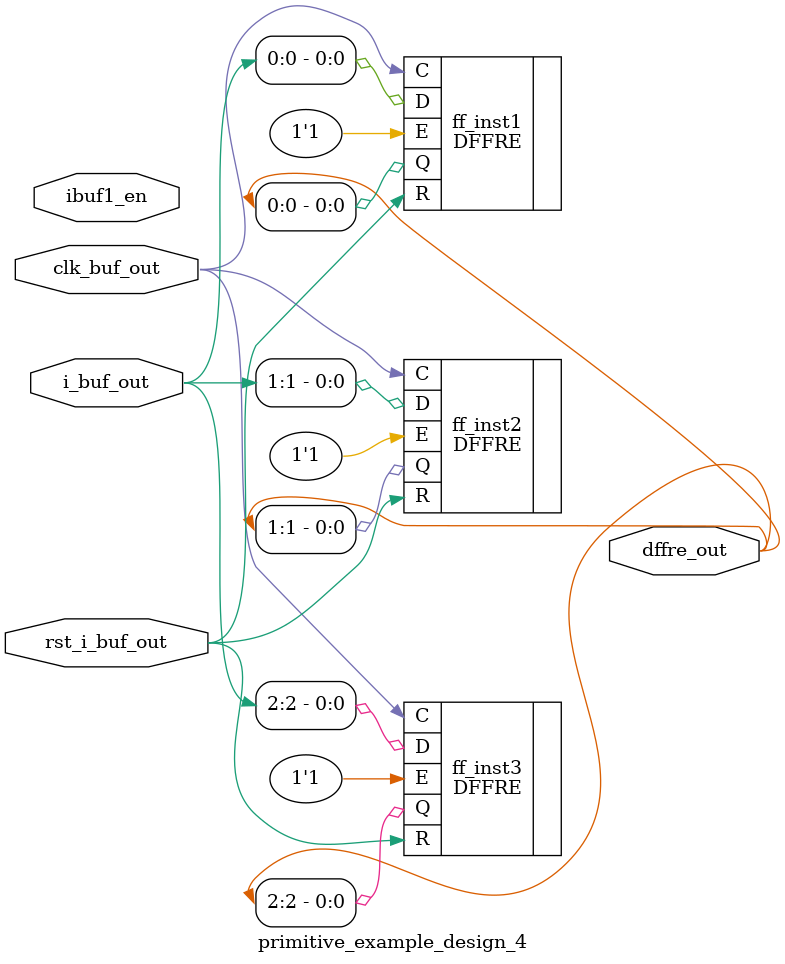
<source format=v>
/* Generated by Yosys 0.18+10 (git sha1 9ae216287, gcc 11.4.0-1ubuntu1~22.04 -fPIC -Os) */

module primitive_example_design_4(ibuf1_en, i_buf_out, rst_i_buf_out, dffre_out, clk_buf_out);
  input clk_buf_out;
  output [2:0] dffre_out;
  input ibuf1_en;
  input [2:0] i_buf_out;
  input rst_i_buf_out;
  (* src = "./rtl/primitive_example_design_4.v:13.38-13.49" *)
  (* src = "./rtl/primitive_example_design_4.v:13.38-13.49" *)
  wire clk_buf_out;
  (* src = "./rtl/primitive_example_design_4.v:11.16-11.25" *)
  (* src = "./rtl/primitive_example_design_4.v:11.16-11.25" *)
  wire [2:0] dffre_out;
  (* src = "./rtl/primitive_example_design_4.v:4.11-4.19" *)
  (* src = "./rtl/primitive_example_design_4.v:4.11-4.19" *)
  wire ibuf1_en;
  (* src = "./rtl/primitive_example_design_4.v:9.16-9.25" *)
  (* src = "./rtl/primitive_example_design_4.v:9.16-9.25" *)
  wire [2:0] i_buf_out;
  (* src = "./rtl/primitive_example_design_4.v:10.10-10.23" *)
  (* src = "./rtl/primitive_example_design_4.v:10.10-10.23" *)
  wire rst_i_buf_out;
  (* module_not_derived = 32'h00000001 *)
  (* src = "./rtl/primitive_example_design_4.v:25.11-25.98" *)
  DFFRE ff_inst2 (
    .C(clk_buf_out),
    .D(i_buf_out[1]),
    .E(1'h1),
    .Q(dffre_out[1]),
    .R(rst_i_buf_out)
  );
  (* module_not_derived = 32'h00000001 *)
  (* src = "./rtl/primitive_example_design_4.v:26.11-26.98" *)
  DFFRE ff_inst3 (
    .C(clk_buf_out),
    .D(i_buf_out[2]),
    .E(1'h1),
    .Q(dffre_out[2]),
    .R(rst_i_buf_out)
  );
  (* module_not_derived = 32'h00000001 *)
  (* src = "./rtl/primitive_example_design_4.v:24.11-24.98" *)
  DFFRE ff_inst1 (
    .C(clk_buf_out),
    .D(i_buf_out[0]),
    .E(1'h1),
    .Q(dffre_out[0]),
    .R(rst_i_buf_out)
  );
endmodule

</source>
